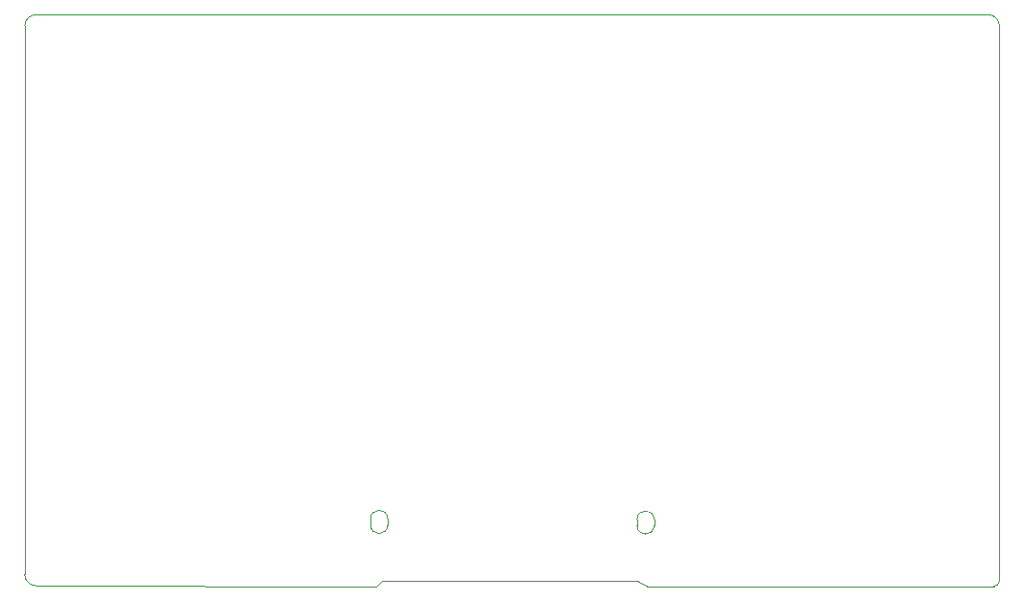
<source format=gko>
G04 #@! TF.GenerationSoftware,KiCad,Pcbnew,(6.0.2)*
G04 #@! TF.CreationDate,2022-04-26T10:19:42-06:00*
G04 #@! TF.ProjectId,CONEPROJ,434f4e45-5052-44f4-9a2e-6b696361645f,rev?*
G04 #@! TF.SameCoordinates,Original*
G04 #@! TF.FileFunction,Profile,NP*
%FSLAX46Y46*%
G04 Gerber Fmt 4.6, Leading zero omitted, Abs format (unit mm)*
G04 Created by KiCad (PCBNEW (6.0.2)) date 2022-04-26 10:19:42*
%MOMM*%
%LPD*%
G01*
G04 APERTURE LIST*
G04 #@! TA.AperFunction,Profile*
%ADD10C,0.050000*%
G04 #@! TD*
G04 #@! TA.AperFunction,Profile*
%ADD11C,0.120000*%
G04 #@! TD*
G04 APERTURE END LIST*
D10*
X78000000Y-92000000D02*
X79000000Y-92500000D01*
X110000000Y-43000000D02*
X110000000Y-92000000D01*
X25000000Y-42000000D02*
G75*
G03*
X24000000Y-43000000I-1J-999999D01*
G01*
X25000001Y-92439999D02*
X55000000Y-92500000D01*
X25000000Y-42000000D02*
X109000000Y-42000000D01*
X79000000Y-92500000D02*
X109500000Y-92500000D01*
X55000000Y-92500000D02*
X55500000Y-92000000D01*
X24000001Y-91439999D02*
G75*
G03*
X25000001Y-92439999I999999J-1D01*
G01*
X109500000Y-92500000D02*
G75*
G03*
X110000000Y-92000000I-1J500001D01*
G01*
X110000000Y-43000000D02*
G75*
G03*
X109000000Y-42000000I-999999J1D01*
G01*
X55500000Y-92000000D02*
X78000000Y-92000000D01*
X24000001Y-91439999D02*
X24000000Y-43000000D01*
D11*
G04 #@! TO.C,J2*
X54524838Y-86527500D02*
X54524838Y-87077500D01*
X56024838Y-86527500D02*
X56024838Y-87077500D01*
X78024838Y-86577500D02*
X78024838Y-87127500D01*
X79524838Y-86577500D02*
X79524838Y-87127500D01*
X79524838Y-86577500D02*
G75*
G03*
X78024838Y-86577500I-750000J0D01*
G01*
X78024838Y-87127500D02*
G75*
G03*
X79524838Y-87127500I750000J0D01*
G01*
X54524838Y-87077500D02*
G75*
G03*
X56024838Y-87077500I750000J0D01*
G01*
X56024838Y-86527500D02*
G75*
G03*
X54524838Y-86527500I-750000J0D01*
G01*
G04 #@! TD*
M02*

</source>
